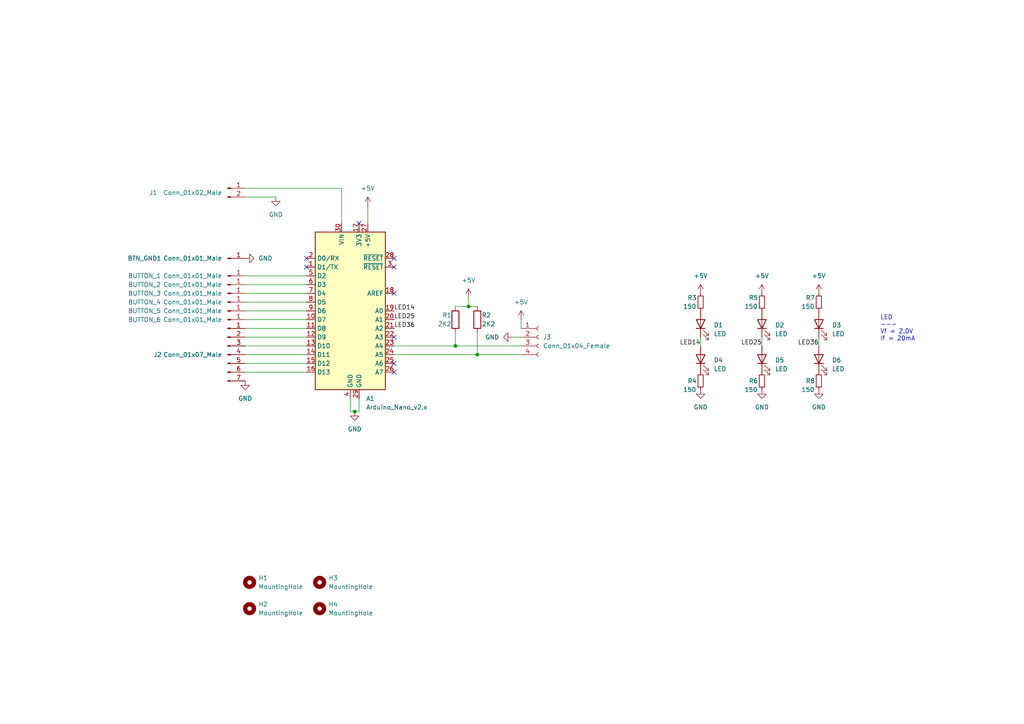
<source format=kicad_sch>
(kicad_sch (version 20211123) (generator eeschema)

  (uuid 8c703d5a-e43a-483b-95a6-46adc61cbbd8)

  (paper "A4")

  (title_block
    (title "PewPew6")
    (date "2022-05-28")
    (rev "0.1")
  )

  (lib_symbols
    (symbol "Connector:Conn_01x01_Male" (pin_names (offset 1.016) hide) (in_bom yes) (on_board yes)
      (property "Reference" "J" (id 0) (at 0 2.54 0)
        (effects (font (size 1.27 1.27)))
      )
      (property "Value" "Conn_01x01_Male" (id 1) (at 0 -2.54 0)
        (effects (font (size 1.27 1.27)))
      )
      (property "Footprint" "" (id 2) (at 0 0 0)
        (effects (font (size 1.27 1.27)) hide)
      )
      (property "Datasheet" "~" (id 3) (at 0 0 0)
        (effects (font (size 1.27 1.27)) hide)
      )
      (property "ki_keywords" "connector" (id 4) (at 0 0 0)
        (effects (font (size 1.27 1.27)) hide)
      )
      (property "ki_description" "Generic connector, single row, 01x01, script generated (kicad-library-utils/schlib/autogen/connector/)" (id 5) (at 0 0 0)
        (effects (font (size 1.27 1.27)) hide)
      )
      (property "ki_fp_filters" "Connector*:*" (id 6) (at 0 0 0)
        (effects (font (size 1.27 1.27)) hide)
      )
      (symbol "Conn_01x01_Male_1_1"
        (polyline
          (pts
            (xy 1.27 0)
            (xy 0.8636 0)
          )
          (stroke (width 0.1524) (type default) (color 0 0 0 0))
          (fill (type none))
        )
        (rectangle (start 0.8636 0.127) (end 0 -0.127)
          (stroke (width 0.1524) (type default) (color 0 0 0 0))
          (fill (type outline))
        )
        (pin passive line (at 5.08 0 180) (length 3.81)
          (name "Pin_1" (effects (font (size 1.27 1.27))))
          (number "1" (effects (font (size 1.27 1.27))))
        )
      )
    )
    (symbol "Connector:Conn_01x02_Male" (pin_names (offset 1.016) hide) (in_bom yes) (on_board yes)
      (property "Reference" "J" (id 0) (at 0 2.54 0)
        (effects (font (size 1.27 1.27)))
      )
      (property "Value" "Conn_01x02_Male" (id 1) (at 0 -5.08 0)
        (effects (font (size 1.27 1.27)))
      )
      (property "Footprint" "" (id 2) (at 0 0 0)
        (effects (font (size 1.27 1.27)) hide)
      )
      (property "Datasheet" "~" (id 3) (at 0 0 0)
        (effects (font (size 1.27 1.27)) hide)
      )
      (property "ki_keywords" "connector" (id 4) (at 0 0 0)
        (effects (font (size 1.27 1.27)) hide)
      )
      (property "ki_description" "Generic connector, single row, 01x02, script generated (kicad-library-utils/schlib/autogen/connector/)" (id 5) (at 0 0 0)
        (effects (font (size 1.27 1.27)) hide)
      )
      (property "ki_fp_filters" "Connector*:*_1x??_*" (id 6) (at 0 0 0)
        (effects (font (size 1.27 1.27)) hide)
      )
      (symbol "Conn_01x02_Male_1_1"
        (polyline
          (pts
            (xy 1.27 -2.54)
            (xy 0.8636 -2.54)
          )
          (stroke (width 0.1524) (type default) (color 0 0 0 0))
          (fill (type none))
        )
        (polyline
          (pts
            (xy 1.27 0)
            (xy 0.8636 0)
          )
          (stroke (width 0.1524) (type default) (color 0 0 0 0))
          (fill (type none))
        )
        (rectangle (start 0.8636 -2.413) (end 0 -2.667)
          (stroke (width 0.1524) (type default) (color 0 0 0 0))
          (fill (type outline))
        )
        (rectangle (start 0.8636 0.127) (end 0 -0.127)
          (stroke (width 0.1524) (type default) (color 0 0 0 0))
          (fill (type outline))
        )
        (pin passive line (at 5.08 0 180) (length 3.81)
          (name "Pin_1" (effects (font (size 1.27 1.27))))
          (number "1" (effects (font (size 1.27 1.27))))
        )
        (pin passive line (at 5.08 -2.54 180) (length 3.81)
          (name "Pin_2" (effects (font (size 1.27 1.27))))
          (number "2" (effects (font (size 1.27 1.27))))
        )
      )
    )
    (symbol "Connector:Conn_01x04_Female" (pin_names (offset 1.016) hide) (in_bom yes) (on_board yes)
      (property "Reference" "J" (id 0) (at 0 5.08 0)
        (effects (font (size 1.27 1.27)))
      )
      (property "Value" "Conn_01x04_Female" (id 1) (at 0 -7.62 0)
        (effects (font (size 1.27 1.27)))
      )
      (property "Footprint" "" (id 2) (at 0 0 0)
        (effects (font (size 1.27 1.27)) hide)
      )
      (property "Datasheet" "~" (id 3) (at 0 0 0)
        (effects (font (size 1.27 1.27)) hide)
      )
      (property "ki_keywords" "connector" (id 4) (at 0 0 0)
        (effects (font (size 1.27 1.27)) hide)
      )
      (property "ki_description" "Generic connector, single row, 01x04, script generated (kicad-library-utils/schlib/autogen/connector/)" (id 5) (at 0 0 0)
        (effects (font (size 1.27 1.27)) hide)
      )
      (property "ki_fp_filters" "Connector*:*_1x??_*" (id 6) (at 0 0 0)
        (effects (font (size 1.27 1.27)) hide)
      )
      (symbol "Conn_01x04_Female_1_1"
        (arc (start 0 -4.572) (mid -0.508 -5.08) (end 0 -5.588)
          (stroke (width 0.1524) (type default) (color 0 0 0 0))
          (fill (type none))
        )
        (arc (start 0 -2.032) (mid -0.508 -2.54) (end 0 -3.048)
          (stroke (width 0.1524) (type default) (color 0 0 0 0))
          (fill (type none))
        )
        (polyline
          (pts
            (xy -1.27 -5.08)
            (xy -0.508 -5.08)
          )
          (stroke (width 0.1524) (type default) (color 0 0 0 0))
          (fill (type none))
        )
        (polyline
          (pts
            (xy -1.27 -2.54)
            (xy -0.508 -2.54)
          )
          (stroke (width 0.1524) (type default) (color 0 0 0 0))
          (fill (type none))
        )
        (polyline
          (pts
            (xy -1.27 0)
            (xy -0.508 0)
          )
          (stroke (width 0.1524) (type default) (color 0 0 0 0))
          (fill (type none))
        )
        (polyline
          (pts
            (xy -1.27 2.54)
            (xy -0.508 2.54)
          )
          (stroke (width 0.1524) (type default) (color 0 0 0 0))
          (fill (type none))
        )
        (arc (start 0 0.508) (mid -0.508 0) (end 0 -0.508)
          (stroke (width 0.1524) (type default) (color 0 0 0 0))
          (fill (type none))
        )
        (arc (start 0 3.048) (mid -0.508 2.54) (end 0 2.032)
          (stroke (width 0.1524) (type default) (color 0 0 0 0))
          (fill (type none))
        )
        (pin passive line (at -5.08 2.54 0) (length 3.81)
          (name "Pin_1" (effects (font (size 1.27 1.27))))
          (number "1" (effects (font (size 1.27 1.27))))
        )
        (pin passive line (at -5.08 0 0) (length 3.81)
          (name "Pin_2" (effects (font (size 1.27 1.27))))
          (number "2" (effects (font (size 1.27 1.27))))
        )
        (pin passive line (at -5.08 -2.54 0) (length 3.81)
          (name "Pin_3" (effects (font (size 1.27 1.27))))
          (number "3" (effects (font (size 1.27 1.27))))
        )
        (pin passive line (at -5.08 -5.08 0) (length 3.81)
          (name "Pin_4" (effects (font (size 1.27 1.27))))
          (number "4" (effects (font (size 1.27 1.27))))
        )
      )
    )
    (symbol "Connector:Conn_01x07_Male" (pin_names (offset 1.016) hide) (in_bom yes) (on_board yes)
      (property "Reference" "J" (id 0) (at 0 10.16 0)
        (effects (font (size 1.27 1.27)))
      )
      (property "Value" "Conn_01x07_Male" (id 1) (at 0 -10.16 0)
        (effects (font (size 1.27 1.27)))
      )
      (property "Footprint" "" (id 2) (at 0 0 0)
        (effects (font (size 1.27 1.27)) hide)
      )
      (property "Datasheet" "~" (id 3) (at 0 0 0)
        (effects (font (size 1.27 1.27)) hide)
      )
      (property "ki_keywords" "connector" (id 4) (at 0 0 0)
        (effects (font (size 1.27 1.27)) hide)
      )
      (property "ki_description" "Generic connector, single row, 01x07, script generated (kicad-library-utils/schlib/autogen/connector/)" (id 5) (at 0 0 0)
        (effects (font (size 1.27 1.27)) hide)
      )
      (property "ki_fp_filters" "Connector*:*_1x??_*" (id 6) (at 0 0 0)
        (effects (font (size 1.27 1.27)) hide)
      )
      (symbol "Conn_01x07_Male_1_1"
        (polyline
          (pts
            (xy 1.27 -7.62)
            (xy 0.8636 -7.62)
          )
          (stroke (width 0.1524) (type default) (color 0 0 0 0))
          (fill (type none))
        )
        (polyline
          (pts
            (xy 1.27 -5.08)
            (xy 0.8636 -5.08)
          )
          (stroke (width 0.1524) (type default) (color 0 0 0 0))
          (fill (type none))
        )
        (polyline
          (pts
            (xy 1.27 -2.54)
            (xy 0.8636 -2.54)
          )
          (stroke (width 0.1524) (type default) (color 0 0 0 0))
          (fill (type none))
        )
        (polyline
          (pts
            (xy 1.27 0)
            (xy 0.8636 0)
          )
          (stroke (width 0.1524) (type default) (color 0 0 0 0))
          (fill (type none))
        )
        (polyline
          (pts
            (xy 1.27 2.54)
            (xy 0.8636 2.54)
          )
          (stroke (width 0.1524) (type default) (color 0 0 0 0))
          (fill (type none))
        )
        (polyline
          (pts
            (xy 1.27 5.08)
            (xy 0.8636 5.08)
          )
          (stroke (width 0.1524) (type default) (color 0 0 0 0))
          (fill (type none))
        )
        (polyline
          (pts
            (xy 1.27 7.62)
            (xy 0.8636 7.62)
          )
          (stroke (width 0.1524) (type default) (color 0 0 0 0))
          (fill (type none))
        )
        (rectangle (start 0.8636 -7.493) (end 0 -7.747)
          (stroke (width 0.1524) (type default) (color 0 0 0 0))
          (fill (type outline))
        )
        (rectangle (start 0.8636 -4.953) (end 0 -5.207)
          (stroke (width 0.1524) (type default) (color 0 0 0 0))
          (fill (type outline))
        )
        (rectangle (start 0.8636 -2.413) (end 0 -2.667)
          (stroke (width 0.1524) (type default) (color 0 0 0 0))
          (fill (type outline))
        )
        (rectangle (start 0.8636 0.127) (end 0 -0.127)
          (stroke (width 0.1524) (type default) (color 0 0 0 0))
          (fill (type outline))
        )
        (rectangle (start 0.8636 2.667) (end 0 2.413)
          (stroke (width 0.1524) (type default) (color 0 0 0 0))
          (fill (type outline))
        )
        (rectangle (start 0.8636 5.207) (end 0 4.953)
          (stroke (width 0.1524) (type default) (color 0 0 0 0))
          (fill (type outline))
        )
        (rectangle (start 0.8636 7.747) (end 0 7.493)
          (stroke (width 0.1524) (type default) (color 0 0 0 0))
          (fill (type outline))
        )
        (pin passive line (at 5.08 7.62 180) (length 3.81)
          (name "Pin_1" (effects (font (size 1.27 1.27))))
          (number "1" (effects (font (size 1.27 1.27))))
        )
        (pin passive line (at 5.08 5.08 180) (length 3.81)
          (name "Pin_2" (effects (font (size 1.27 1.27))))
          (number "2" (effects (font (size 1.27 1.27))))
        )
        (pin passive line (at 5.08 2.54 180) (length 3.81)
          (name "Pin_3" (effects (font (size 1.27 1.27))))
          (number "3" (effects (font (size 1.27 1.27))))
        )
        (pin passive line (at 5.08 0 180) (length 3.81)
          (name "Pin_4" (effects (font (size 1.27 1.27))))
          (number "4" (effects (font (size 1.27 1.27))))
        )
        (pin passive line (at 5.08 -2.54 180) (length 3.81)
          (name "Pin_5" (effects (font (size 1.27 1.27))))
          (number "5" (effects (font (size 1.27 1.27))))
        )
        (pin passive line (at 5.08 -5.08 180) (length 3.81)
          (name "Pin_6" (effects (font (size 1.27 1.27))))
          (number "6" (effects (font (size 1.27 1.27))))
        )
        (pin passive line (at 5.08 -7.62 180) (length 3.81)
          (name "Pin_7" (effects (font (size 1.27 1.27))))
          (number "7" (effects (font (size 1.27 1.27))))
        )
      )
    )
    (symbol "Device:LED" (pin_numbers hide) (pin_names (offset 1.016) hide) (in_bom yes) (on_board yes)
      (property "Reference" "D" (id 0) (at 0 2.54 0)
        (effects (font (size 1.27 1.27)))
      )
      (property "Value" "LED" (id 1) (at 0 -2.54 0)
        (effects (font (size 1.27 1.27)))
      )
      (property "Footprint" "" (id 2) (at 0 0 0)
        (effects (font (size 1.27 1.27)) hide)
      )
      (property "Datasheet" "~" (id 3) (at 0 0 0)
        (effects (font (size 1.27 1.27)) hide)
      )
      (property "ki_keywords" "LED diode" (id 4) (at 0 0 0)
        (effects (font (size 1.27 1.27)) hide)
      )
      (property "ki_description" "Light emitting diode" (id 5) (at 0 0 0)
        (effects (font (size 1.27 1.27)) hide)
      )
      (property "ki_fp_filters" "LED* LED_SMD:* LED_THT:*" (id 6) (at 0 0 0)
        (effects (font (size 1.27 1.27)) hide)
      )
      (symbol "LED_0_1"
        (polyline
          (pts
            (xy -1.27 -1.27)
            (xy -1.27 1.27)
          )
          (stroke (width 0.254) (type default) (color 0 0 0 0))
          (fill (type none))
        )
        (polyline
          (pts
            (xy -1.27 0)
            (xy 1.27 0)
          )
          (stroke (width 0) (type default) (color 0 0 0 0))
          (fill (type none))
        )
        (polyline
          (pts
            (xy 1.27 -1.27)
            (xy 1.27 1.27)
            (xy -1.27 0)
            (xy 1.27 -1.27)
          )
          (stroke (width 0.254) (type default) (color 0 0 0 0))
          (fill (type none))
        )
        (polyline
          (pts
            (xy -3.048 -0.762)
            (xy -4.572 -2.286)
            (xy -3.81 -2.286)
            (xy -4.572 -2.286)
            (xy -4.572 -1.524)
          )
          (stroke (width 0) (type default) (color 0 0 0 0))
          (fill (type none))
        )
        (polyline
          (pts
            (xy -1.778 -0.762)
            (xy -3.302 -2.286)
            (xy -2.54 -2.286)
            (xy -3.302 -2.286)
            (xy -3.302 -1.524)
          )
          (stroke (width 0) (type default) (color 0 0 0 0))
          (fill (type none))
        )
      )
      (symbol "LED_1_1"
        (pin passive line (at -3.81 0 0) (length 2.54)
          (name "K" (effects (font (size 1.27 1.27))))
          (number "1" (effects (font (size 1.27 1.27))))
        )
        (pin passive line (at 3.81 0 180) (length 2.54)
          (name "A" (effects (font (size 1.27 1.27))))
          (number "2" (effects (font (size 1.27 1.27))))
        )
      )
    )
    (symbol "Device:R" (pin_numbers hide) (pin_names (offset 0)) (in_bom yes) (on_board yes)
      (property "Reference" "R" (id 0) (at 2.032 0 90)
        (effects (font (size 1.27 1.27)))
      )
      (property "Value" "R" (id 1) (at 0 0 90)
        (effects (font (size 1.27 1.27)))
      )
      (property "Footprint" "" (id 2) (at -1.778 0 90)
        (effects (font (size 1.27 1.27)) hide)
      )
      (property "Datasheet" "~" (id 3) (at 0 0 0)
        (effects (font (size 1.27 1.27)) hide)
      )
      (property "ki_keywords" "R res resistor" (id 4) (at 0 0 0)
        (effects (font (size 1.27 1.27)) hide)
      )
      (property "ki_description" "Resistor" (id 5) (at 0 0 0)
        (effects (font (size 1.27 1.27)) hide)
      )
      (property "ki_fp_filters" "R_*" (id 6) (at 0 0 0)
        (effects (font (size 1.27 1.27)) hide)
      )
      (symbol "R_0_1"
        (rectangle (start -1.016 -2.54) (end 1.016 2.54)
          (stroke (width 0.254) (type default) (color 0 0 0 0))
          (fill (type none))
        )
      )
      (symbol "R_1_1"
        (pin passive line (at 0 3.81 270) (length 1.27)
          (name "~" (effects (font (size 1.27 1.27))))
          (number "1" (effects (font (size 1.27 1.27))))
        )
        (pin passive line (at 0 -3.81 90) (length 1.27)
          (name "~" (effects (font (size 1.27 1.27))))
          (number "2" (effects (font (size 1.27 1.27))))
        )
      )
    )
    (symbol "Device:R_Small" (pin_numbers hide) (pin_names (offset 0.254) hide) (in_bom yes) (on_board yes)
      (property "Reference" "R" (id 0) (at 0.762 0.508 0)
        (effects (font (size 1.27 1.27)) (justify left))
      )
      (property "Value" "R_Small" (id 1) (at 0.762 -1.016 0)
        (effects (font (size 1.27 1.27)) (justify left))
      )
      (property "Footprint" "" (id 2) (at 0 0 0)
        (effects (font (size 1.27 1.27)) hide)
      )
      (property "Datasheet" "~" (id 3) (at 0 0 0)
        (effects (font (size 1.27 1.27)) hide)
      )
      (property "ki_keywords" "R resistor" (id 4) (at 0 0 0)
        (effects (font (size 1.27 1.27)) hide)
      )
      (property "ki_description" "Resistor, small symbol" (id 5) (at 0 0 0)
        (effects (font (size 1.27 1.27)) hide)
      )
      (property "ki_fp_filters" "R_*" (id 6) (at 0 0 0)
        (effects (font (size 1.27 1.27)) hide)
      )
      (symbol "R_Small_0_1"
        (rectangle (start -0.762 1.778) (end 0.762 -1.778)
          (stroke (width 0.2032) (type default) (color 0 0 0 0))
          (fill (type none))
        )
      )
      (symbol "R_Small_1_1"
        (pin passive line (at 0 2.54 270) (length 0.762)
          (name "~" (effects (font (size 1.27 1.27))))
          (number "1" (effects (font (size 1.27 1.27))))
        )
        (pin passive line (at 0 -2.54 90) (length 0.762)
          (name "~" (effects (font (size 1.27 1.27))))
          (number "2" (effects (font (size 1.27 1.27))))
        )
      )
    )
    (symbol "MCU_Module:Arduino_Nano_v2.x" (in_bom yes) (on_board yes)
      (property "Reference" "A" (id 0) (at -10.16 23.495 0)
        (effects (font (size 1.27 1.27)) (justify left bottom))
      )
      (property "Value" "Arduino_Nano_v2.x" (id 1) (at 5.08 -24.13 0)
        (effects (font (size 1.27 1.27)) (justify left top))
      )
      (property "Footprint" "Module:Arduino_Nano" (id 2) (at 0 0 0)
        (effects (font (size 1.27 1.27) italic) hide)
      )
      (property "Datasheet" "https://www.arduino.cc/en/uploads/Main/ArduinoNanoManual23.pdf" (id 3) (at 0 0 0)
        (effects (font (size 1.27 1.27)) hide)
      )
      (property "ki_keywords" "Arduino nano microcontroller module USB" (id 4) (at 0 0 0)
        (effects (font (size 1.27 1.27)) hide)
      )
      (property "ki_description" "Arduino Nano v2.x" (id 5) (at 0 0 0)
        (effects (font (size 1.27 1.27)) hide)
      )
      (property "ki_fp_filters" "Arduino*Nano*" (id 6) (at 0 0 0)
        (effects (font (size 1.27 1.27)) hide)
      )
      (symbol "Arduino_Nano_v2.x_0_1"
        (rectangle (start -10.16 22.86) (end 10.16 -22.86)
          (stroke (width 0.254) (type default) (color 0 0 0 0))
          (fill (type background))
        )
      )
      (symbol "Arduino_Nano_v2.x_1_1"
        (pin bidirectional line (at -12.7 12.7 0) (length 2.54)
          (name "D1/TX" (effects (font (size 1.27 1.27))))
          (number "1" (effects (font (size 1.27 1.27))))
        )
        (pin bidirectional line (at -12.7 -2.54 0) (length 2.54)
          (name "D7" (effects (font (size 1.27 1.27))))
          (number "10" (effects (font (size 1.27 1.27))))
        )
        (pin bidirectional line (at -12.7 -5.08 0) (length 2.54)
          (name "D8" (effects (font (size 1.27 1.27))))
          (number "11" (effects (font (size 1.27 1.27))))
        )
        (pin bidirectional line (at -12.7 -7.62 0) (length 2.54)
          (name "D9" (effects (font (size 1.27 1.27))))
          (number "12" (effects (font (size 1.27 1.27))))
        )
        (pin bidirectional line (at -12.7 -10.16 0) (length 2.54)
          (name "D10" (effects (font (size 1.27 1.27))))
          (number "13" (effects (font (size 1.27 1.27))))
        )
        (pin bidirectional line (at -12.7 -12.7 0) (length 2.54)
          (name "D11" (effects (font (size 1.27 1.27))))
          (number "14" (effects (font (size 1.27 1.27))))
        )
        (pin bidirectional line (at -12.7 -15.24 0) (length 2.54)
          (name "D12" (effects (font (size 1.27 1.27))))
          (number "15" (effects (font (size 1.27 1.27))))
        )
        (pin bidirectional line (at -12.7 -17.78 0) (length 2.54)
          (name "D13" (effects (font (size 1.27 1.27))))
          (number "16" (effects (font (size 1.27 1.27))))
        )
        (pin power_out line (at 2.54 25.4 270) (length 2.54)
          (name "3V3" (effects (font (size 1.27 1.27))))
          (number "17" (effects (font (size 1.27 1.27))))
        )
        (pin input line (at 12.7 5.08 180) (length 2.54)
          (name "AREF" (effects (font (size 1.27 1.27))))
          (number "18" (effects (font (size 1.27 1.27))))
        )
        (pin bidirectional line (at 12.7 0 180) (length 2.54)
          (name "A0" (effects (font (size 1.27 1.27))))
          (number "19" (effects (font (size 1.27 1.27))))
        )
        (pin bidirectional line (at -12.7 15.24 0) (length 2.54)
          (name "D0/RX" (effects (font (size 1.27 1.27))))
          (number "2" (effects (font (size 1.27 1.27))))
        )
        (pin bidirectional line (at 12.7 -2.54 180) (length 2.54)
          (name "A1" (effects (font (size 1.27 1.27))))
          (number "20" (effects (font (size 1.27 1.27))))
        )
        (pin bidirectional line (at 12.7 -5.08 180) (length 2.54)
          (name "A2" (effects (font (size 1.27 1.27))))
          (number "21" (effects (font (size 1.27 1.27))))
        )
        (pin bidirectional line (at 12.7 -7.62 180) (length 2.54)
          (name "A3" (effects (font (size 1.27 1.27))))
          (number "22" (effects (font (size 1.27 1.27))))
        )
        (pin bidirectional line (at 12.7 -10.16 180) (length 2.54)
          (name "A4" (effects (font (size 1.27 1.27))))
          (number "23" (effects (font (size 1.27 1.27))))
        )
        (pin bidirectional line (at 12.7 -12.7 180) (length 2.54)
          (name "A5" (effects (font (size 1.27 1.27))))
          (number "24" (effects (font (size 1.27 1.27))))
        )
        (pin bidirectional line (at 12.7 -15.24 180) (length 2.54)
          (name "A6" (effects (font (size 1.27 1.27))))
          (number "25" (effects (font (size 1.27 1.27))))
        )
        (pin bidirectional line (at 12.7 -17.78 180) (length 2.54)
          (name "A7" (effects (font (size 1.27 1.27))))
          (number "26" (effects (font (size 1.27 1.27))))
        )
        (pin power_out line (at 5.08 25.4 270) (length 2.54)
          (name "+5V" (effects (font (size 1.27 1.27))))
          (number "27" (effects (font (size 1.27 1.27))))
        )
        (pin input line (at 12.7 15.24 180) (length 2.54)
          (name "~{RESET}" (effects (font (size 1.27 1.27))))
          (number "28" (effects (font (size 1.27 1.27))))
        )
        (pin power_in line (at 2.54 -25.4 90) (length 2.54)
          (name "GND" (effects (font (size 1.27 1.27))))
          (number "29" (effects (font (size 1.27 1.27))))
        )
        (pin input line (at 12.7 12.7 180) (length 2.54)
          (name "~{RESET}" (effects (font (size 1.27 1.27))))
          (number "3" (effects (font (size 1.27 1.27))))
        )
        (pin power_in line (at -2.54 25.4 270) (length 2.54)
          (name "VIN" (effects (font (size 1.27 1.27))))
          (number "30" (effects (font (size 1.27 1.27))))
        )
        (pin power_in line (at 0 -25.4 90) (length 2.54)
          (name "GND" (effects (font (size 1.27 1.27))))
          (number "4" (effects (font (size 1.27 1.27))))
        )
        (pin bidirectional line (at -12.7 10.16 0) (length 2.54)
          (name "D2" (effects (font (size 1.27 1.27))))
          (number "5" (effects (font (size 1.27 1.27))))
        )
        (pin bidirectional line (at -12.7 7.62 0) (length 2.54)
          (name "D3" (effects (font (size 1.27 1.27))))
          (number "6" (effects (font (size 1.27 1.27))))
        )
        (pin bidirectional line (at -12.7 5.08 0) (length 2.54)
          (name "D4" (effects (font (size 1.27 1.27))))
          (number "7" (effects (font (size 1.27 1.27))))
        )
        (pin bidirectional line (at -12.7 2.54 0) (length 2.54)
          (name "D5" (effects (font (size 1.27 1.27))))
          (number "8" (effects (font (size 1.27 1.27))))
        )
        (pin bidirectional line (at -12.7 0 0) (length 2.54)
          (name "D6" (effects (font (size 1.27 1.27))))
          (number "9" (effects (font (size 1.27 1.27))))
        )
      )
    )
    (symbol "Mechanical:MountingHole" (pin_names (offset 1.016)) (in_bom yes) (on_board yes)
      (property "Reference" "H" (id 0) (at 0 5.08 0)
        (effects (font (size 1.27 1.27)))
      )
      (property "Value" "MountingHole" (id 1) (at 0 3.175 0)
        (effects (font (size 1.27 1.27)))
      )
      (property "Footprint" "" (id 2) (at 0 0 0)
        (effects (font (size 1.27 1.27)) hide)
      )
      (property "Datasheet" "~" (id 3) (at 0 0 0)
        (effects (font (size 1.27 1.27)) hide)
      )
      (property "ki_keywords" "mounting hole" (id 4) (at 0 0 0)
        (effects (font (size 1.27 1.27)) hide)
      )
      (property "ki_description" "Mounting Hole without connection" (id 5) (at 0 0 0)
        (effects (font (size 1.27 1.27)) hide)
      )
      (property "ki_fp_filters" "MountingHole*" (id 6) (at 0 0 0)
        (effects (font (size 1.27 1.27)) hide)
      )
      (symbol "MountingHole_0_1"
        (circle (center 0 0) (radius 1.27)
          (stroke (width 1.27) (type default) (color 0 0 0 0))
          (fill (type none))
        )
      )
    )
    (symbol "power:+5V" (power) (pin_names (offset 0)) (in_bom yes) (on_board yes)
      (property "Reference" "#PWR" (id 0) (at 0 -3.81 0)
        (effects (font (size 1.27 1.27)) hide)
      )
      (property "Value" "+5V" (id 1) (at 0 3.556 0)
        (effects (font (size 1.27 1.27)))
      )
      (property "Footprint" "" (id 2) (at 0 0 0)
        (effects (font (size 1.27 1.27)) hide)
      )
      (property "Datasheet" "" (id 3) (at 0 0 0)
        (effects (font (size 1.27 1.27)) hide)
      )
      (property "ki_keywords" "power-flag" (id 4) (at 0 0 0)
        (effects (font (size 1.27 1.27)) hide)
      )
      (property "ki_description" "Power symbol creates a global label with name \"+5V\"" (id 5) (at 0 0 0)
        (effects (font (size 1.27 1.27)) hide)
      )
      (symbol "+5V_0_1"
        (polyline
          (pts
            (xy -0.762 1.27)
            (xy 0 2.54)
          )
          (stroke (width 0) (type default) (color 0 0 0 0))
          (fill (type none))
        )
        (polyline
          (pts
            (xy 0 0)
            (xy 0 2.54)
          )
          (stroke (width 0) (type default) (color 0 0 0 0))
          (fill (type none))
        )
        (polyline
          (pts
            (xy 0 2.54)
            (xy 0.762 1.27)
          )
          (stroke (width 0) (type default) (color 0 0 0 0))
          (fill (type none))
        )
      )
      (symbol "+5V_1_1"
        (pin power_in line (at 0 0 90) (length 0) hide
          (name "+5V" (effects (font (size 1.27 1.27))))
          (number "1" (effects (font (size 1.27 1.27))))
        )
      )
    )
    (symbol "power:GND" (power) (pin_names (offset 0)) (in_bom yes) (on_board yes)
      (property "Reference" "#PWR" (id 0) (at 0 -6.35 0)
        (effects (font (size 1.27 1.27)) hide)
      )
      (property "Value" "GND" (id 1) (at 0 -3.81 0)
        (effects (font (size 1.27 1.27)))
      )
      (property "Footprint" "" (id 2) (at 0 0 0)
        (effects (font (size 1.27 1.27)) hide)
      )
      (property "Datasheet" "" (id 3) (at 0 0 0)
        (effects (font (size 1.27 1.27)) hide)
      )
      (property "ki_keywords" "power-flag" (id 4) (at 0 0 0)
        (effects (font (size 1.27 1.27)) hide)
      )
      (property "ki_description" "Power symbol creates a global label with name \"GND\" , ground" (id 5) (at 0 0 0)
        (effects (font (size 1.27 1.27)) hide)
      )
      (symbol "GND_0_1"
        (polyline
          (pts
            (xy 0 0)
            (xy 0 -1.27)
            (xy 1.27 -1.27)
            (xy 0 -2.54)
            (xy -1.27 -1.27)
            (xy 0 -1.27)
          )
          (stroke (width 0) (type default) (color 0 0 0 0))
          (fill (type none))
        )
      )
      (symbol "GND_1_1"
        (pin power_in line (at 0 0 270) (length 0) hide
          (name "GND" (effects (font (size 1.27 1.27))))
          (number "1" (effects (font (size 1.27 1.27))))
        )
      )
    )
  )

  (junction (at 102.87 119.38) (diameter 0) (color 0 0 0 0)
    (uuid 7fe0b335-1254-4571-ac74-a59509d17001)
  )
  (junction (at 135.89 88.9) (diameter 0) (color 0 0 0 0)
    (uuid 962cfb3a-eb9e-40a8-927e-fb3884882c6b)
  )
  (junction (at 138.43 102.87) (diameter 0) (color 0 0 0 0)
    (uuid de217db1-fd87-4710-8bab-869445d58bdd)
  )
  (junction (at 132.08 100.33) (diameter 0) (color 0 0 0 0)
    (uuid edf1314d-213f-48da-b4ac-2b807238640a)
  )

  (no_connect (at 114.3 97.79) (uuid 761f6f49-2c0e-40c7-8560-bad62750306e))
  (no_connect (at 114.3 105.41) (uuid 896a2ab3-b8a0-4b70-a2d2-ff38a4b3ca76))
  (no_connect (at 114.3 107.95) (uuid 896a2ab3-b8a0-4b70-a2d2-ff38a4b3ca77))
  (no_connect (at 114.3 74.93) (uuid 8e8d7566-8091-4a9e-845f-607be814e708))
  (no_connect (at 114.3 77.47) (uuid 8e8d7566-8091-4a9e-845f-607be814e709))
  (no_connect (at 114.3 85.09) (uuid 8e8d7566-8091-4a9e-845f-607be814e70a))
  (no_connect (at 88.9 74.93) (uuid d92e5c07-bf58-4092-ba54-741236b7c7e3))
  (no_connect (at 88.9 77.47) (uuid d92e5c07-bf58-4092-ba54-741236b7c7e4))
  (no_connect (at 104.14 64.77) (uuid d92e5c07-bf58-4092-ba54-741236b7c7e5))

  (wire (pts (xy 71.12 100.33) (xy 88.9 100.33))
    (stroke (width 0) (type default) (color 0 0 0 0))
    (uuid 04fac2e7-f2bf-40da-87f6-abc8c4ec4a6f)
  )
  (wire (pts (xy 138.43 102.87) (xy 151.13 102.87))
    (stroke (width 0) (type default) (color 0 0 0 0))
    (uuid 153c8ed5-4080-44a6-9a14-3b1e69f4ac28)
  )
  (wire (pts (xy 114.3 100.33) (xy 132.08 100.33))
    (stroke (width 0) (type default) (color 0 0 0 0))
    (uuid 168e82ae-9dc7-4098-903c-e33c5243bbed)
  )
  (wire (pts (xy 132.08 96.52) (xy 132.08 100.33))
    (stroke (width 0) (type default) (color 0 0 0 0))
    (uuid 217d44db-e32a-4048-9b3c-b2bc7ecf3ed0)
  )
  (wire (pts (xy 106.68 59.69) (xy 106.68 64.77))
    (stroke (width 0) (type default) (color 0 0 0 0))
    (uuid 37206724-ae9c-402b-9da2-92b650c04bfc)
  )
  (wire (pts (xy 99.06 64.77) (xy 99.06 54.61))
    (stroke (width 0) (type default) (color 0 0 0 0))
    (uuid 386ac752-2855-4de3-ace5-8624d7a05af6)
  )
  (wire (pts (xy 135.89 88.9) (xy 138.43 88.9))
    (stroke (width 0) (type default) (color 0 0 0 0))
    (uuid 392c3177-ec62-4e53-af2f-032a65be2781)
  )
  (wire (pts (xy 71.12 92.71) (xy 88.9 92.71))
    (stroke (width 0) (type default) (color 0 0 0 0))
    (uuid 3c15a192-e147-47d2-b030-ad2b22eeb754)
  )
  (wire (pts (xy 101.6 115.57) (xy 101.6 119.38))
    (stroke (width 0) (type default) (color 0 0 0 0))
    (uuid 43bf8535-dda4-4671-beea-85c02abd231d)
  )
  (wire (pts (xy 104.14 119.38) (xy 102.87 119.38))
    (stroke (width 0) (type default) (color 0 0 0 0))
    (uuid 49b98ac0-502c-46f2-ba7b-a2aeb916c841)
  )
  (wire (pts (xy 203.2 97.79) (xy 203.2 100.33))
    (stroke (width 0) (type default) (color 0 0 0 0))
    (uuid 59ae2a79-ab6c-41f5-9a1e-09fe6968b08b)
  )
  (wire (pts (xy 71.12 54.61) (xy 99.06 54.61))
    (stroke (width 0) (type default) (color 0 0 0 0))
    (uuid 6235373c-bdbc-442f-9dc3-2d64424ac678)
  )
  (wire (pts (xy 104.14 115.57) (xy 104.14 119.38))
    (stroke (width 0) (type default) (color 0 0 0 0))
    (uuid 6f0de82f-50ca-428c-9415-55ecd6b35498)
  )
  (wire (pts (xy 71.12 57.15) (xy 80.01 57.15))
    (stroke (width 0) (type default) (color 0 0 0 0))
    (uuid 79fc00bd-f615-41c6-8827-2629fc556060)
  )
  (wire (pts (xy 132.08 88.9) (xy 135.89 88.9))
    (stroke (width 0) (type default) (color 0 0 0 0))
    (uuid 7cf1dc19-6d70-40a4-a493-cdccfa9fd597)
  )
  (wire (pts (xy 71.12 97.79) (xy 88.9 97.79))
    (stroke (width 0) (type default) (color 0 0 0 0))
    (uuid 8027250e-bcd1-444d-9f55-4ff2d309ce8f)
  )
  (wire (pts (xy 132.08 100.33) (xy 151.13 100.33))
    (stroke (width 0) (type default) (color 0 0 0 0))
    (uuid 84c6cf39-8788-4948-b1ab-6c1d0f511155)
  )
  (wire (pts (xy 101.6 119.38) (xy 102.87 119.38))
    (stroke (width 0) (type default) (color 0 0 0 0))
    (uuid 8b38c6a6-462a-42a0-b0b6-c649be50d0f4)
  )
  (wire (pts (xy 71.12 105.41) (xy 88.9 105.41))
    (stroke (width 0) (type default) (color 0 0 0 0))
    (uuid 8ddb0461-6fa1-4b35-af35-f72518d1daa3)
  )
  (wire (pts (xy 71.12 80.01) (xy 88.9 80.01))
    (stroke (width 0) (type default) (color 0 0 0 0))
    (uuid 9c00271b-2c93-4746-872c-5d6f7acd7813)
  )
  (wire (pts (xy 71.12 95.25) (xy 88.9 95.25))
    (stroke (width 0) (type default) (color 0 0 0 0))
    (uuid a41d2fa2-0c98-476d-99f1-a8e6aad296fc)
  )
  (wire (pts (xy 135.89 88.9) (xy 135.89 86.36))
    (stroke (width 0) (type default) (color 0 0 0 0))
    (uuid a7f2fd76-f6da-453c-af88-af5ce1a918fe)
  )
  (wire (pts (xy 151.13 92.71) (xy 151.13 95.25))
    (stroke (width 0) (type default) (color 0 0 0 0))
    (uuid bfda81bc-edb9-4d51-ba5d-794ce1428f74)
  )
  (wire (pts (xy 71.12 102.87) (xy 88.9 102.87))
    (stroke (width 0) (type default) (color 0 0 0 0))
    (uuid d2705759-29fd-4f69-88a4-f5e7cca307bf)
  )
  (wire (pts (xy 114.3 102.87) (xy 138.43 102.87))
    (stroke (width 0) (type default) (color 0 0 0 0))
    (uuid d4c67477-9e32-42ad-a33a-a85ab87e6549)
  )
  (wire (pts (xy 148.59 97.79) (xy 151.13 97.79))
    (stroke (width 0) (type default) (color 0 0 0 0))
    (uuid dfb156e6-7f98-43f1-b431-336e0bd939f6)
  )
  (wire (pts (xy 71.12 90.17) (xy 88.9 90.17))
    (stroke (width 0) (type default) (color 0 0 0 0))
    (uuid eae4d3fc-1cc6-4552-be58-33904405fd23)
  )
  (wire (pts (xy 71.12 85.09) (xy 88.9 85.09))
    (stroke (width 0) (type default) (color 0 0 0 0))
    (uuid ec2ddcf8-8a18-4768-9e2c-6495559caf53)
  )
  (wire (pts (xy 237.49 97.79) (xy 237.49 100.33))
    (stroke (width 0) (type default) (color 0 0 0 0))
    (uuid ee844785-4f72-4025-bbc5-abfbde6bd8c8)
  )
  (wire (pts (xy 220.98 97.79) (xy 220.98 100.33))
    (stroke (width 0) (type default) (color 0 0 0 0))
    (uuid eee5a848-7d5a-4970-befc-75ca35bd2c03)
  )
  (wire (pts (xy 138.43 96.52) (xy 138.43 102.87))
    (stroke (width 0) (type default) (color 0 0 0 0))
    (uuid f05e49e4-2820-4447-95e9-ebd075d0929b)
  )
  (wire (pts (xy 71.12 107.95) (xy 88.9 107.95))
    (stroke (width 0) (type default) (color 0 0 0 0))
    (uuid f1e7e7a3-5102-4713-948e-8e5a1976ebf9)
  )
  (wire (pts (xy 71.12 87.63) (xy 88.9 87.63))
    (stroke (width 0) (type default) (color 0 0 0 0))
    (uuid f41bcc29-3574-4698-b1d8-484de609003a)
  )
  (wire (pts (xy 71.12 82.55) (xy 88.9 82.55))
    (stroke (width 0) (type default) (color 0 0 0 0))
    (uuid f41dc869-8786-40ff-89d2-de9db0dfb346)
  )

  (text "LED\n---\nVf = 2.0V\nIf = 20mA" (at 255.27 99.06 0)
    (effects (font (size 1.27 1.27)) (justify left bottom))
    (uuid 487027f1-77ac-4297-a319-3832a0dafec2)
  )

  (label "LED36" (at 114.3 95.25 0)
    (effects (font (size 1.27 1.27)) (justify left bottom))
    (uuid 0a1196f9-0a15-447a-8d39-8334b502417f)
  )
  (label "LED36" (at 237.49 100.33 180)
    (effects (font (size 1.27 1.27)) (justify right bottom))
    (uuid 409b2817-fa2e-498b-aa9e-aa637fb6cb64)
  )
  (label "LED14" (at 203.2 100.33 180)
    (effects (font (size 1.27 1.27)) (justify right bottom))
    (uuid 5b872be9-335d-48a6-81f2-78d4e10202ea)
  )
  (label "LED14" (at 114.3 90.17 0)
    (effects (font (size 1.27 1.27)) (justify left bottom))
    (uuid 888a82a6-646a-4a48-b1a6-ff54053a26bd)
  )
  (label "LED25" (at 220.98 100.33 180)
    (effects (font (size 1.27 1.27)) (justify right bottom))
    (uuid bca45cc2-79ad-4998-986a-c9d68f011fa3)
  )
  (label "LED25" (at 114.3 92.71 0)
    (effects (font (size 1.27 1.27)) (justify left bottom))
    (uuid edac5bc9-a917-4a21-ac71-c4b1edefb24e)
  )

  (symbol (lib_id "Device:LED") (at 220.98 93.98 90) (unit 1)
    (in_bom yes) (on_board yes) (fields_autoplaced)
    (uuid 12cec9f8-f9f3-4a33-aa07-c73c5162f537)
    (property "Reference" "D2" (id 0) (at 224.79 94.2974 90)
      (effects (font (size 1.27 1.27)) (justify right))
    )
    (property "Value" "LED" (id 1) (at 224.79 96.8374 90)
      (effects (font (size 1.27 1.27)) (justify right))
    )
    (property "Footprint" "LED_SMD:LED_0805_2012Metric_Pad1.15x1.40mm_HandSolder" (id 2) (at 220.98 93.98 0)
      (effects (font (size 1.27 1.27)) hide)
    )
    (property "Datasheet" "~" (id 3) (at 220.98 93.98 0)
      (effects (font (size 1.27 1.27)) hide)
    )
    (pin "1" (uuid f9b5ca72-f203-43fa-bb6c-e2556b232e50))
    (pin "2" (uuid 6e3f74e5-c8a3-4378-8563-573a11c32c89))
  )

  (symbol (lib_id "Connector:Conn_01x01_Male") (at 66.04 80.01 0) (unit 1)
    (in_bom yes) (on_board yes)
    (uuid 19ed6d9d-4a14-495e-beb8-5345234f9ced)
    (property "Reference" "BUTTON_1" (id 0) (at 41.91 80.01 0))
    (property "Value" "Conn_01x01_Male" (id 1) (at 55.88 80.01 0))
    (property "Footprint" "Library:RA_Pin_D1.3mm_5.0mm" (id 2) (at 66.04 80.01 0)
      (effects (font (size 1.27 1.27)) hide)
    )
    (property "Datasheet" "~" (id 3) (at 66.04 80.01 0)
      (effects (font (size 1.27 1.27)) hide)
    )
    (pin "1" (uuid 3221d208-c28d-445c-91d2-083ff874f816))
  )

  (symbol (lib_id "power:GND") (at 102.87 119.38 0) (unit 1)
    (in_bom yes) (on_board yes) (fields_autoplaced)
    (uuid 1d7134d3-7f2b-4f5e-ab92-0c819277403a)
    (property "Reference" "#PWR0103" (id 0) (at 102.87 125.73 0)
      (effects (font (size 1.27 1.27)) hide)
    )
    (property "Value" "GND" (id 1) (at 102.87 124.46 0))
    (property "Footprint" "" (id 2) (at 102.87 119.38 0)
      (effects (font (size 1.27 1.27)) hide)
    )
    (property "Datasheet" "" (id 3) (at 102.87 119.38 0)
      (effects (font (size 1.27 1.27)) hide)
    )
    (pin "1" (uuid 28d8e6a6-5b77-4a4e-bc05-0d1b50bccaa5))
  )

  (symbol (lib_id "Device:LED") (at 237.49 93.98 90) (unit 1)
    (in_bom yes) (on_board yes) (fields_autoplaced)
    (uuid 2171aec7-fca7-4cc3-be61-1bdf2dbaf7b2)
    (property "Reference" "D3" (id 0) (at 241.3 94.2974 90)
      (effects (font (size 1.27 1.27)) (justify right))
    )
    (property "Value" "LED" (id 1) (at 241.3 96.8374 90)
      (effects (font (size 1.27 1.27)) (justify right))
    )
    (property "Footprint" "LED_SMD:LED_0805_2012Metric_Pad1.15x1.40mm_HandSolder" (id 2) (at 237.49 93.98 0)
      (effects (font (size 1.27 1.27)) hide)
    )
    (property "Datasheet" "~" (id 3) (at 237.49 93.98 0)
      (effects (font (size 1.27 1.27)) hide)
    )
    (pin "1" (uuid aeea7967-f2bb-47f6-b2d4-b5e35e028064))
    (pin "2" (uuid 82a86906-072d-4d23-80e4-6654ecee9235))
  )

  (symbol (lib_id "Device:R_Small") (at 203.2 110.49 0) (unit 1)
    (in_bom yes) (on_board yes)
    (uuid 231017e0-6bc6-46d7-9b55-1af7680937f3)
    (property "Reference" "R4" (id 0) (at 199.39 110.49 0)
      (effects (font (size 1.27 1.27)) (justify left))
    )
    (property "Value" "150" (id 1) (at 198.12 113.03 0)
      (effects (font (size 1.27 1.27)) (justify left))
    )
    (property "Footprint" "Resistor_SMD:R_0805_2012Metric_Pad1.20x1.40mm_HandSolder" (id 2) (at 203.2 110.49 0)
      (effects (font (size 1.27 1.27)) hide)
    )
    (property "Datasheet" "~" (id 3) (at 203.2 110.49 0)
      (effects (font (size 1.27 1.27)) hide)
    )
    (pin "1" (uuid 4878a045-293e-49a8-a0d2-606782153e4f))
    (pin "2" (uuid 7dd1dfcf-6477-482e-8542-b6c38f99f86c))
  )

  (symbol (lib_id "power:+5V") (at 151.13 92.71 0) (unit 1)
    (in_bom yes) (on_board yes) (fields_autoplaced)
    (uuid 28cc36b5-8dd7-41c0-909f-bb850ffa8695)
    (property "Reference" "#PWR0102" (id 0) (at 151.13 96.52 0)
      (effects (font (size 1.27 1.27)) hide)
    )
    (property "Value" "+5V" (id 1) (at 151.13 87.63 0))
    (property "Footprint" "" (id 2) (at 151.13 92.71 0)
      (effects (font (size 1.27 1.27)) hide)
    )
    (property "Datasheet" "" (id 3) (at 151.13 92.71 0)
      (effects (font (size 1.27 1.27)) hide)
    )
    (pin "1" (uuid 3addccc8-67ab-4dde-9798-537a9f1b41f3))
  )

  (symbol (lib_id "power:GND") (at 148.59 97.79 270) (unit 1)
    (in_bom yes) (on_board yes) (fields_autoplaced)
    (uuid 2a4aab39-a798-4277-a739-c106008cfe69)
    (property "Reference" "#PWR0101" (id 0) (at 142.24 97.79 0)
      (effects (font (size 1.27 1.27)) hide)
    )
    (property "Value" "GND" (id 1) (at 144.78 97.7899 90)
      (effects (font (size 1.27 1.27)) (justify right))
    )
    (property "Footprint" "" (id 2) (at 148.59 97.79 0)
      (effects (font (size 1.27 1.27)) hide)
    )
    (property "Datasheet" "" (id 3) (at 148.59 97.79 0)
      (effects (font (size 1.27 1.27)) hide)
    )
    (pin "1" (uuid d6b51ddb-e1fc-4bbe-b022-d1c5df96245b))
  )

  (symbol (lib_id "Connector:Conn_01x07_Male") (at 66.04 102.87 0) (unit 1)
    (in_bom yes) (on_board yes)
    (uuid 2eb8b1f5-5c1e-4d74-860e-ec1e22880aec)
    (property "Reference" "J2" (id 0) (at 45.72 102.87 0))
    (property "Value" "Conn_01x07_Male" (id 1) (at 55.88 102.87 0))
    (property "Footprint" "Connector_JST:JST_EH_S7B-EH_1x07_P2.50mm_Horizontal" (id 2) (at 66.04 102.87 0)
      (effects (font (size 1.27 1.27)) hide)
    )
    (property "Datasheet" "~" (id 3) (at 66.04 102.87 0)
      (effects (font (size 1.27 1.27)) hide)
    )
    (pin "1" (uuid e8e65cb8-9b4f-4662-b22d-94f51d052c67))
    (pin "2" (uuid 84444c15-915d-4a52-972b-ef00cce703d1))
    (pin "3" (uuid c76fe885-492d-4b79-be61-7c9b3ab07643))
    (pin "4" (uuid 08168cc9-4ccf-42b6-a52a-6c3eb48c5b53))
    (pin "5" (uuid e721561a-bb02-4415-ad20-2601213792fb))
    (pin "6" (uuid a3dedd94-434f-40ee-b856-98368a96a1bd))
    (pin "7" (uuid 8910395c-cad8-452b-8342-2d20cead772f))
  )

  (symbol (lib_id "Device:LED") (at 203.2 104.14 90) (unit 1)
    (in_bom yes) (on_board yes) (fields_autoplaced)
    (uuid 341706dc-e5d2-4870-9483-d18a0c33e495)
    (property "Reference" "D4" (id 0) (at 207.01 104.4574 90)
      (effects (font (size 1.27 1.27)) (justify right))
    )
    (property "Value" "LED" (id 1) (at 207.01 106.9974 90)
      (effects (font (size 1.27 1.27)) (justify right))
    )
    (property "Footprint" "LED_SMD:LED_0805_2012Metric_Pad1.15x1.40mm_HandSolder" (id 2) (at 203.2 104.14 0)
      (effects (font (size 1.27 1.27)) hide)
    )
    (property "Datasheet" "~" (id 3) (at 203.2 104.14 0)
      (effects (font (size 1.27 1.27)) hide)
    )
    (pin "1" (uuid 3dd8e968-7477-48ec-9877-955f5e61ffe9))
    (pin "2" (uuid aac96dcb-c755-4ab8-8393-bb615e71c9c4))
  )

  (symbol (lib_id "Device:LED") (at 203.2 93.98 90) (unit 1)
    (in_bom yes) (on_board yes) (fields_autoplaced)
    (uuid 37856c8d-3d22-4330-a58a-5c9cb000e160)
    (property "Reference" "D1" (id 0) (at 207.01 94.2974 90)
      (effects (font (size 1.27 1.27)) (justify right))
    )
    (property "Value" "LED" (id 1) (at 207.01 96.8374 90)
      (effects (font (size 1.27 1.27)) (justify right))
    )
    (property "Footprint" "LED_SMD:LED_0805_2012Metric_Pad1.15x1.40mm_HandSolder" (id 2) (at 203.2 93.98 0)
      (effects (font (size 1.27 1.27)) hide)
    )
    (property "Datasheet" "~" (id 3) (at 203.2 93.98 0)
      (effects (font (size 1.27 1.27)) hide)
    )
    (pin "1" (uuid a3f3baec-a487-4900-a424-528307de1c27))
    (pin "2" (uuid 27f39e65-0564-44df-b9bf-bfbf9933f462))
  )

  (symbol (lib_id "Device:R_Small") (at 220.98 110.49 0) (unit 1)
    (in_bom yes) (on_board yes)
    (uuid 4686ac4b-e275-44ae-9c1f-91fd1f402cf6)
    (property "Reference" "R6" (id 0) (at 217.17 110.49 0)
      (effects (font (size 1.27 1.27)) (justify left))
    )
    (property "Value" "150" (id 1) (at 215.9 113.03 0)
      (effects (font (size 1.27 1.27)) (justify left))
    )
    (property "Footprint" "Resistor_SMD:R_0805_2012Metric_Pad1.20x1.40mm_HandSolder" (id 2) (at 220.98 110.49 0)
      (effects (font (size 1.27 1.27)) hide)
    )
    (property "Datasheet" "~" (id 3) (at 220.98 110.49 0)
      (effects (font (size 1.27 1.27)) hide)
    )
    (pin "1" (uuid 7319ad03-29f8-42bc-93f3-0f029b34cfc2))
    (pin "2" (uuid 4c328f23-7f04-4011-b08d-80d221626ca9))
  )

  (symbol (lib_id "Device:R") (at 138.43 92.71 0) (unit 1)
    (in_bom yes) (on_board yes)
    (uuid 46d3a2a9-7861-4270-a483-64608b00f5c7)
    (property "Reference" "R2" (id 0) (at 139.7 91.44 0)
      (effects (font (size 1.27 1.27)) (justify left))
    )
    (property "Value" "2K2" (id 1) (at 139.7 93.98 0)
      (effects (font (size 1.27 1.27)) (justify left))
    )
    (property "Footprint" "Resistor_SMD:R_0805_2012Metric_Pad1.20x1.40mm_HandSolder" (id 2) (at 136.652 92.71 90)
      (effects (font (size 1.27 1.27)) hide)
    )
    (property "Datasheet" "~" (id 3) (at 138.43 92.71 0)
      (effects (font (size 1.27 1.27)) hide)
    )
    (pin "1" (uuid 645ff0e9-0c0f-4099-ad39-962e053dfcc3))
    (pin "2" (uuid c1dd0a53-1e2e-4ccf-bba9-e8fb031493e7))
  )

  (symbol (lib_id "Connector:Conn_01x01_Male") (at 66.04 90.17 0) (unit 1)
    (in_bom yes) (on_board yes)
    (uuid 49cb889d-2fd7-490b-ab86-d5d329183923)
    (property "Reference" "BUTTON_5" (id 0) (at 41.91 90.17 0))
    (property "Value" "Conn_01x01_Male" (id 1) (at 55.88 90.17 0))
    (property "Footprint" "Library:RA_Pin_D1.3mm_5.0mm" (id 2) (at 66.04 90.17 0)
      (effects (font (size 1.27 1.27)) hide)
    )
    (property "Datasheet" "~" (id 3) (at 66.04 90.17 0)
      (effects (font (size 1.27 1.27)) hide)
    )
    (pin "1" (uuid 9fad5b2e-fded-4574-8232-f7e4b97babd1))
  )

  (symbol (lib_id "Connector:Conn_01x01_Male") (at 66.04 74.93 0) (unit 1)
    (in_bom yes) (on_board yes)
    (uuid 56a14be2-4bfe-48e7-8d46-68c9aad28302)
    (property "Reference" "BTN_GND1" (id 0) (at 41.91 74.93 0))
    (property "Value" "Conn_01x01_Male" (id 1) (at 55.88 74.93 0))
    (property "Footprint" "Library:RA_Pin_D1.3mm_5.0mm" (id 2) (at 66.04 74.93 0)
      (effects (font (size 1.27 1.27)) hide)
    )
    (property "Datasheet" "~" (id 3) (at 66.04 74.93 0)
      (effects (font (size 1.27 1.27)) hide)
    )
    (pin "1" (uuid 879ed4b0-8faa-43a6-bc33-19d77a89395a))
  )

  (symbol (lib_id "power:GND") (at 71.12 74.93 90) (unit 1)
    (in_bom yes) (on_board yes) (fields_autoplaced)
    (uuid 7a50ec37-e466-47e3-baf4-71b9269c3aa2)
    (property "Reference" "#PWR0108" (id 0) (at 77.47 74.93 0)
      (effects (font (size 1.27 1.27)) hide)
    )
    (property "Value" "GND" (id 1) (at 74.93 74.9299 90)
      (effects (font (size 1.27 1.27)) (justify right))
    )
    (property "Footprint" "" (id 2) (at 71.12 74.93 0)
      (effects (font (size 1.27 1.27)) hide)
    )
    (property "Datasheet" "" (id 3) (at 71.12 74.93 0)
      (effects (font (size 1.27 1.27)) hide)
    )
    (pin "1" (uuid 60b37daf-8757-4e88-bbdb-9851c090b6a3))
  )

  (symbol (lib_id "Connector:Conn_01x01_Male") (at 66.04 85.09 0) (unit 1)
    (in_bom yes) (on_board yes)
    (uuid 7b1b3614-165d-4b8a-a991-8c7593dcdecd)
    (property "Reference" "BUTTON_3" (id 0) (at 41.91 85.09 0))
    (property "Value" "Conn_01x01_Male" (id 1) (at 55.88 85.09 0))
    (property "Footprint" "Library:RA_Pin_D1.3mm_5.0mm" (id 2) (at 66.04 85.09 0)
      (effects (font (size 1.27 1.27)) hide)
    )
    (property "Datasheet" "~" (id 3) (at 66.04 85.09 0)
      (effects (font (size 1.27 1.27)) hide)
    )
    (pin "1" (uuid 7d90b474-db9a-4d1e-be40-9ca25dbd6cc1))
  )

  (symbol (lib_id "Device:R") (at 132.08 92.71 0) (unit 1)
    (in_bom yes) (on_board yes)
    (uuid 7e6b672f-1e52-4fc6-95e4-fd3b4fcf5dc0)
    (property "Reference" "R1" (id 0) (at 128.27 91.44 0)
      (effects (font (size 1.27 1.27)) (justify left))
    )
    (property "Value" "2K2" (id 1) (at 127 93.98 0)
      (effects (font (size 1.27 1.27)) (justify left))
    )
    (property "Footprint" "Resistor_SMD:R_0805_2012Metric_Pad1.20x1.40mm_HandSolder" (id 2) (at 130.302 92.71 90)
      (effects (font (size 1.27 1.27)) hide)
    )
    (property "Datasheet" "~" (id 3) (at 132.08 92.71 0)
      (effects (font (size 1.27 1.27)) hide)
    )
    (pin "1" (uuid ef878b37-a43f-4708-bc94-c513a2fa6da4))
    (pin "2" (uuid 5c565bc9-eada-498c-874f-b30a78e5f02f))
  )

  (symbol (lib_id "Connector:Conn_01x01_Male") (at 66.04 92.71 0) (unit 1)
    (in_bom yes) (on_board yes)
    (uuid 88b8af61-39a3-4f25-b6d4-0745355af12a)
    (property "Reference" "BUTTON_6" (id 0) (at 41.91 92.71 0))
    (property "Value" "Conn_01x01_Male" (id 1) (at 55.88 92.71 0))
    (property "Footprint" "Library:RA_Pin_D1.3mm_5.0mm" (id 2) (at 66.04 92.71 0)
      (effects (font (size 1.27 1.27)) hide)
    )
    (property "Datasheet" "~" (id 3) (at 66.04 92.71 0)
      (effects (font (size 1.27 1.27)) hide)
    )
    (pin "1" (uuid cdb499a7-28c5-4c52-8515-64d820d054c9))
  )

  (symbol (lib_id "power:+5V") (at 220.98 85.09 0) (unit 1)
    (in_bom yes) (on_board yes) (fields_autoplaced)
    (uuid 89ccc6df-9ae1-4cae-967a-0da802d5e2b2)
    (property "Reference" "#PWR0112" (id 0) (at 220.98 88.9 0)
      (effects (font (size 1.27 1.27)) hide)
    )
    (property "Value" "+5V" (id 1) (at 220.98 80.01 0))
    (property "Footprint" "" (id 2) (at 220.98 85.09 0)
      (effects (font (size 1.27 1.27)) hide)
    )
    (property "Datasheet" "" (id 3) (at 220.98 85.09 0)
      (effects (font (size 1.27 1.27)) hide)
    )
    (pin "1" (uuid 2bc023ec-2cca-406d-a7db-15ef3cdf75f6))
  )

  (symbol (lib_id "Device:R_Small") (at 203.2 87.63 0) (unit 1)
    (in_bom yes) (on_board yes)
    (uuid 8b02f06d-26a9-432f-84c2-583ed1c50d16)
    (property "Reference" "R3" (id 0) (at 199.39 86.36 0)
      (effects (font (size 1.27 1.27)) (justify left))
    )
    (property "Value" "150" (id 1) (at 198.12 88.9 0)
      (effects (font (size 1.27 1.27)) (justify left))
    )
    (property "Footprint" "Resistor_SMD:R_0805_2012Metric_Pad1.20x1.40mm_HandSolder" (id 2) (at 203.2 87.63 0)
      (effects (font (size 1.27 1.27)) hide)
    )
    (property "Datasheet" "~" (id 3) (at 203.2 87.63 0)
      (effects (font (size 1.27 1.27)) hide)
    )
    (pin "1" (uuid 18bb78ff-ead0-400d-8656-517f85c5e1c9))
    (pin "2" (uuid c1683ada-9578-42c6-902f-3f62625dd01e))
  )

  (symbol (lib_id "Connector:Conn_01x04_Female") (at 156.21 97.79 0) (unit 1)
    (in_bom yes) (on_board yes) (fields_autoplaced)
    (uuid 8b6d2327-c834-4209-bf2b-1a42c971cffc)
    (property "Reference" "J3" (id 0) (at 157.48 97.7899 0)
      (effects (font (size 1.27 1.27)) (justify left))
    )
    (property "Value" "Conn_01x04_Female" (id 1) (at 157.48 100.3299 0)
      (effects (font (size 1.27 1.27)) (justify left))
    )
    (property "Footprint" "Connector_JST:JST_EH_S4B-EH_1x04_P2.50mm_Horizontal" (id 2) (at 156.21 97.79 0)
      (effects (font (size 1.27 1.27)) hide)
    )
    (property "Datasheet" "~" (id 3) (at 156.21 97.79 0)
      (effects (font (size 1.27 1.27)) hide)
    )
    (pin "1" (uuid 3e21561a-ddb0-4ec8-87e6-33f82e3a0565))
    (pin "2" (uuid ab912f3d-1bdd-4cb5-ab74-1671595f53e6))
    (pin "3" (uuid 85196e63-bf64-45cf-8313-3e5206172a04))
    (pin "4" (uuid 24a90498-39e2-4486-b108-096bf24515f8))
  )

  (symbol (lib_id "Mechanical:MountingHole") (at 92.71 176.53 0) (unit 1)
    (in_bom yes) (on_board yes) (fields_autoplaced)
    (uuid 8c1b001c-1a00-4d0a-8346-e126b3f69840)
    (property "Reference" "H4" (id 0) (at 95.25 175.2599 0)
      (effects (font (size 1.27 1.27)) (justify left))
    )
    (property "Value" "MountingHole" (id 1) (at 95.25 177.7999 0)
      (effects (font (size 1.27 1.27)) (justify left))
    )
    (property "Footprint" "MountingHole:MountingHole_3.2mm_M3" (id 2) (at 92.71 176.53 0)
      (effects (font (size 1.27 1.27)) hide)
    )
    (property "Datasheet" "~" (id 3) (at 92.71 176.53 0)
      (effects (font (size 1.27 1.27)) hide)
    )
  )

  (symbol (lib_id "Device:R_Small") (at 237.49 110.49 0) (unit 1)
    (in_bom yes) (on_board yes)
    (uuid 9021bd2a-9df8-4a05-bc6e-9cd968777d1d)
    (property "Reference" "R8" (id 0) (at 233.68 110.49 0)
      (effects (font (size 1.27 1.27)) (justify left))
    )
    (property "Value" "150" (id 1) (at 232.41 113.03 0)
      (effects (font (size 1.27 1.27)) (justify left))
    )
    (property "Footprint" "Resistor_SMD:R_0805_2012Metric_Pad1.20x1.40mm_HandSolder" (id 2) (at 237.49 110.49 0)
      (effects (font (size 1.27 1.27)) hide)
    )
    (property "Datasheet" "~" (id 3) (at 237.49 110.49 0)
      (effects (font (size 1.27 1.27)) hide)
    )
    (pin "1" (uuid 771d4f37-1558-4e97-9e11-fe888ad02da7))
    (pin "2" (uuid 7b5564c1-ede7-41aa-bdd7-54b20e6713f3))
  )

  (symbol (lib_id "Mechanical:MountingHole") (at 72.39 168.91 0) (unit 1)
    (in_bom yes) (on_board yes) (fields_autoplaced)
    (uuid 91ad54c0-081d-4ed8-bd67-9dc2247f4dc0)
    (property "Reference" "H1" (id 0) (at 74.93 167.6399 0)
      (effects (font (size 1.27 1.27)) (justify left))
    )
    (property "Value" "MountingHole" (id 1) (at 74.93 170.1799 0)
      (effects (font (size 1.27 1.27)) (justify left))
    )
    (property "Footprint" "MountingHole:MountingHole_3.2mm_M3" (id 2) (at 72.39 168.91 0)
      (effects (font (size 1.27 1.27)) hide)
    )
    (property "Datasheet" "~" (id 3) (at 72.39 168.91 0)
      (effects (font (size 1.27 1.27)) hide)
    )
  )

  (symbol (lib_id "Connector:Conn_01x01_Male") (at 66.04 87.63 0) (unit 1)
    (in_bom yes) (on_board yes)
    (uuid 94d8248a-098e-4f61-984c-0d9e5b622670)
    (property "Reference" "BUTTON_4" (id 0) (at 41.91 87.63 0))
    (property "Value" "Conn_01x01_Male" (id 1) (at 55.88 87.63 0))
    (property "Footprint" "Library:RA_Pin_D1.3mm_5.0mm" (id 2) (at 66.04 87.63 0)
      (effects (font (size 1.27 1.27)) hide)
    )
    (property "Datasheet" "~" (id 3) (at 66.04 87.63 0)
      (effects (font (size 1.27 1.27)) hide)
    )
    (pin "1" (uuid 36004ed2-8f29-4e6f-bac3-11961179cedf))
  )

  (symbol (lib_id "power:+5V") (at 237.49 85.09 0) (unit 1)
    (in_bom yes) (on_board yes) (fields_autoplaced)
    (uuid 9a49e96a-4def-4cad-af4b-6cb9129c356e)
    (property "Reference" "#PWR0113" (id 0) (at 237.49 88.9 0)
      (effects (font (size 1.27 1.27)) hide)
    )
    (property "Value" "+5V" (id 1) (at 237.49 80.01 0))
    (property "Footprint" "" (id 2) (at 237.49 85.09 0)
      (effects (font (size 1.27 1.27)) hide)
    )
    (property "Datasheet" "" (id 3) (at 237.49 85.09 0)
      (effects (font (size 1.27 1.27)) hide)
    )
    (pin "1" (uuid 3d768155-1972-4214-b00b-85b7b6a87099))
  )

  (symbol (lib_id "MCU_Module:Arduino_Nano_v2.x") (at 101.6 90.17 0) (unit 1)
    (in_bom yes) (on_board yes) (fields_autoplaced)
    (uuid 9f82b7bb-1d94-4e6c-9608-c7bfea626b1b)
    (property "Reference" "A1" (id 0) (at 106.1594 115.57 0)
      (effects (font (size 1.27 1.27)) (justify left))
    )
    (property "Value" "Arduino_Nano_v2.x" (id 1) (at 106.1594 118.11 0)
      (effects (font (size 1.27 1.27)) (justify left))
    )
    (property "Footprint" "Library:Arduino_Nano_3D" (id 2) (at 101.6 90.17 0)
      (effects (font (size 1.27 1.27) italic) hide)
    )
    (property "Datasheet" "https://www.arduino.cc/en/uploads/Main/ArduinoNanoManual23.pdf" (id 3) (at 101.6 90.17 0)
      (effects (font (size 1.27 1.27)) hide)
    )
    (pin "1" (uuid bd374be3-8033-4419-aa46-d5da9043fc64))
    (pin "10" (uuid d2102300-7798-4dae-94fa-3cb15712082c))
    (pin "11" (uuid a15cc862-e8e4-4100-a2b0-c71de6a69ead))
    (pin "12" (uuid 4dddddea-5955-4869-b4da-0b608af36721))
    (pin "13" (uuid ecc6bd3c-b8bc-4a95-b054-cd4e6bd31a3c))
    (pin "14" (uuid cd63b20c-74ae-4d38-a877-3fa07a02afde))
    (pin "15" (uuid ccef0efc-ad55-45d3-acc1-3eaaf5a5e8a1))
    (pin "16" (uuid 541822e3-4d3e-4ae1-9012-7de9a6ca4dd1))
    (pin "17" (uuid 275dec15-fddd-448f-82bf-38264f766dc4))
    (pin "18" (uuid 0bf3e55c-b245-4968-aa49-2be2e7f227b6))
    (pin "19" (uuid 971ab03b-4266-4db6-aa3c-353f2e4565a0))
    (pin "2" (uuid ec9f47b0-8030-4133-8e21-8f2b0f1f75a7))
    (pin "20" (uuid b645227f-b9c5-494e-889d-a357d72ad9f6))
    (pin "21" (uuid 24bf055a-912d-4373-86b3-247a7f1038d4))
    (pin "22" (uuid 672938c0-b2e6-4e0f-aeca-51e22a46f311))
    (pin "23" (uuid c8b1f8ab-94bf-4294-9675-d5247bb5b7ca))
    (pin "24" (uuid 5b223987-51b8-4e60-8986-18061efed6aa))
    (pin "25" (uuid 02a79945-9b5b-4f36-bfd1-4b7c0a379654))
    (pin "26" (uuid 0bf2e6d8-0fc6-44e8-823c-ffd9a33baacd))
    (pin "27" (uuid 3ff04b5a-1add-43ce-9a40-05a29325d201))
    (pin "28" (uuid 1dbf9dbb-4af9-4704-a9c3-c76bb6b2333d))
    (pin "29" (uuid 90ca7cdf-72ff-4d24-9320-04b0ed11632c))
    (pin "3" (uuid 669165ff-f53a-45d3-bcf1-c375e9ff650d))
    (pin "30" (uuid c349fbb1-78cd-4c21-a01f-e0e684d9ff62))
    (pin "4" (uuid 3e32f612-4b7e-433e-98ff-dbad72f5da46))
    (pin "5" (uuid f454c07d-34c6-40b1-bcee-d3884bf8852f))
    (pin "6" (uuid cc8768a0-7180-4ef5-9119-b20ab0aeaaea))
    (pin "7" (uuid ac1d14fe-84c6-4714-91d2-7c2aafdd333c))
    (pin "8" (uuid e9f61ac3-75f4-4dc4-af57-4b315d8f079b))
    (pin "9" (uuid c361ff6e-1063-4de6-8a26-d4a125f75b13))
  )

  (symbol (lib_id "power:+5V") (at 203.2 85.09 0) (unit 1)
    (in_bom yes) (on_board yes) (fields_autoplaced)
    (uuid a634c2f9-89a2-421a-874a-2f1f713c3c34)
    (property "Reference" "#PWR0109" (id 0) (at 203.2 88.9 0)
      (effects (font (size 1.27 1.27)) hide)
    )
    (property "Value" "+5V" (id 1) (at 203.2 80.01 0))
    (property "Footprint" "" (id 2) (at 203.2 85.09 0)
      (effects (font (size 1.27 1.27)) hide)
    )
    (property "Datasheet" "" (id 3) (at 203.2 85.09 0)
      (effects (font (size 1.27 1.27)) hide)
    )
    (pin "1" (uuid 3aa2c644-13b3-40e4-9b5b-8fea82c2bd1f))
  )

  (symbol (lib_id "power:+5V") (at 135.89 86.36 0) (unit 1)
    (in_bom yes) (on_board yes) (fields_autoplaced)
    (uuid a73ed2bb-26f0-4d60-a369-b4ec92483b65)
    (property "Reference" "#PWR0105" (id 0) (at 135.89 90.17 0)
      (effects (font (size 1.27 1.27)) hide)
    )
    (property "Value" "+5V" (id 1) (at 135.89 81.28 0))
    (property "Footprint" "" (id 2) (at 135.89 86.36 0)
      (effects (font (size 1.27 1.27)) hide)
    )
    (property "Datasheet" "" (id 3) (at 135.89 86.36 0)
      (effects (font (size 1.27 1.27)) hide)
    )
    (pin "1" (uuid 176a6554-d099-4cec-9838-414cf104a655))
  )

  (symbol (lib_id "Mechanical:MountingHole") (at 92.71 168.91 0) (unit 1)
    (in_bom yes) (on_board yes) (fields_autoplaced)
    (uuid b5dbaaf2-7c37-45d7-aeff-04c7fc1dc561)
    (property "Reference" "H3" (id 0) (at 95.25 167.6399 0)
      (effects (font (size 1.27 1.27)) (justify left))
    )
    (property "Value" "MountingHole" (id 1) (at 95.25 170.1799 0)
      (effects (font (size 1.27 1.27)) (justify left))
    )
    (property "Footprint" "MountingHole:MountingHole_3.2mm_M3" (id 2) (at 92.71 168.91 0)
      (effects (font (size 1.27 1.27)) hide)
    )
    (property "Datasheet" "~" (id 3) (at 92.71 168.91 0)
      (effects (font (size 1.27 1.27)) hide)
    )
  )

  (symbol (lib_id "Connector:Conn_01x02_Male") (at 66.04 54.61 0) (unit 1)
    (in_bom yes) (on_board yes)
    (uuid bad68e91-f439-4076-9c67-3c8227d1e26c)
    (property "Reference" "J1" (id 0) (at 44.45 55.88 0))
    (property "Value" "Conn_01x02_Male" (id 1) (at 55.88 55.88 0))
    (property "Footprint" "Connector_JST:JST_EH_S2B-EH_1x02_P2.50mm_Horizontal" (id 2) (at 66.04 54.61 0)
      (effects (font (size 1.27 1.27)) hide)
    )
    (property "Datasheet" "~" (id 3) (at 66.04 54.61 0)
      (effects (font (size 1.27 1.27)) hide)
    )
    (pin "1" (uuid 04b79109-ebdd-424c-b38f-8897779f73fb))
    (pin "2" (uuid 2dc46533-62e9-4adb-9d7d-e6f26548e4a1))
  )

  (symbol (lib_id "power:GND") (at 203.2 113.03 0) (unit 1)
    (in_bom yes) (on_board yes) (fields_autoplaced)
    (uuid bb8632c6-6627-4c1b-8cec-f15b0453f944)
    (property "Reference" "#PWR0110" (id 0) (at 203.2 119.38 0)
      (effects (font (size 1.27 1.27)) hide)
    )
    (property "Value" "GND" (id 1) (at 203.2 118.11 0))
    (property "Footprint" "" (id 2) (at 203.2 113.03 0)
      (effects (font (size 1.27 1.27)) hide)
    )
    (property "Datasheet" "" (id 3) (at 203.2 113.03 0)
      (effects (font (size 1.27 1.27)) hide)
    )
    (pin "1" (uuid 41013169-8851-40b7-8347-56bcc62f55e3))
  )

  (symbol (lib_id "power:GND") (at 237.49 113.03 0) (unit 1)
    (in_bom yes) (on_board yes) (fields_autoplaced)
    (uuid c41c40b0-8173-4cb0-aa84-9c073f8f4ae1)
    (property "Reference" "#PWR0114" (id 0) (at 237.49 119.38 0)
      (effects (font (size 1.27 1.27)) hide)
    )
    (property "Value" "GND" (id 1) (at 237.49 118.11 0))
    (property "Footprint" "" (id 2) (at 237.49 113.03 0)
      (effects (font (size 1.27 1.27)) hide)
    )
    (property "Datasheet" "" (id 3) (at 237.49 113.03 0)
      (effects (font (size 1.27 1.27)) hide)
    )
    (pin "1" (uuid 8b9c359f-3599-4cc7-91c8-a77ec4e846a7))
  )

  (symbol (lib_id "Mechanical:MountingHole") (at 72.39 176.53 0) (unit 1)
    (in_bom yes) (on_board yes) (fields_autoplaced)
    (uuid c4699572-17e1-48da-a2be-95a0d32aef86)
    (property "Reference" "H2" (id 0) (at 74.93 175.2599 0)
      (effects (font (size 1.27 1.27)) (justify left))
    )
    (property "Value" "MountingHole" (id 1) (at 74.93 177.7999 0)
      (effects (font (size 1.27 1.27)) (justify left))
    )
    (property "Footprint" "MountingHole:MountingHole_3.2mm_M3" (id 2) (at 72.39 176.53 0)
      (effects (font (size 1.27 1.27)) hide)
    )
    (property "Datasheet" "~" (id 3) (at 72.39 176.53 0)
      (effects (font (size 1.27 1.27)) hide)
    )
  )

  (symbol (lib_id "Device:R_Small") (at 220.98 87.63 0) (unit 1)
    (in_bom yes) (on_board yes)
    (uuid c9778673-74ec-4ab8-a124-df6f708f097c)
    (property "Reference" "R5" (id 0) (at 217.17 86.36 0)
      (effects (font (size 1.27 1.27)) (justify left))
    )
    (property "Value" "150" (id 1) (at 215.9 88.9 0)
      (effects (font (size 1.27 1.27)) (justify left))
    )
    (property "Footprint" "Resistor_SMD:R_0805_2012Metric_Pad1.20x1.40mm_HandSolder" (id 2) (at 220.98 87.63 0)
      (effects (font (size 1.27 1.27)) hide)
    )
    (property "Datasheet" "~" (id 3) (at 220.98 87.63 0)
      (effects (font (size 1.27 1.27)) hide)
    )
    (pin "1" (uuid 626bffbb-5069-4e8f-9c1f-76772eb11d71))
    (pin "2" (uuid c0ed31b9-8e1b-4791-a8d4-cb520cb23518))
  )

  (symbol (lib_id "power:GND") (at 80.01 57.15 0) (unit 1)
    (in_bom yes) (on_board yes) (fields_autoplaced)
    (uuid cfe9a190-5b86-40cb-a921-cff6729844c0)
    (property "Reference" "#PWR0107" (id 0) (at 80.01 63.5 0)
      (effects (font (size 1.27 1.27)) hide)
    )
    (property "Value" "GND" (id 1) (at 80.01 62.23 0))
    (property "Footprint" "" (id 2) (at 80.01 57.15 0)
      (effects (font (size 1.27 1.27)) hide)
    )
    (property "Datasheet" "" (id 3) (at 80.01 57.15 0)
      (effects (font (size 1.27 1.27)) hide)
    )
    (pin "1" (uuid b473364e-a800-4a1a-8799-f4bdb9da4ae4))
  )

  (symbol (lib_id "Device:R_Small") (at 237.49 87.63 0) (unit 1)
    (in_bom yes) (on_board yes)
    (uuid d0ace32b-759b-485e-9630-536082d148cb)
    (property "Reference" "R7" (id 0) (at 233.68 86.36 0)
      (effects (font (size 1.27 1.27)) (justify left))
    )
    (property "Value" "150" (id 1) (at 232.41 88.9 0)
      (effects (font (size 1.27 1.27)) (justify left))
    )
    (property "Footprint" "Resistor_SMD:R_0805_2012Metric_Pad1.20x1.40mm_HandSolder" (id 2) (at 237.49 87.63 0)
      (effects (font (size 1.27 1.27)) hide)
    )
    (property "Datasheet" "~" (id 3) (at 237.49 87.63 0)
      (effects (font (size 1.27 1.27)) hide)
    )
    (pin "1" (uuid bff0559e-dc8f-485f-ab20-ed745abf165a))
    (pin "2" (uuid 7d506e43-79d2-4aa0-9d1e-d495384bebae))
  )

  (symbol (lib_id "power:GND") (at 220.98 113.03 0) (unit 1)
    (in_bom yes) (on_board yes) (fields_autoplaced)
    (uuid d7d4cb57-94d9-4219-9451-ec3c53c19b43)
    (property "Reference" "#PWR0111" (id 0) (at 220.98 119.38 0)
      (effects (font (size 1.27 1.27)) hide)
    )
    (property "Value" "GND" (id 1) (at 220.98 118.11 0))
    (property "Footprint" "" (id 2) (at 220.98 113.03 0)
      (effects (font (size 1.27 1.27)) hide)
    )
    (property "Datasheet" "" (id 3) (at 220.98 113.03 0)
      (effects (font (size 1.27 1.27)) hide)
    )
    (pin "1" (uuid 90bd2725-83ff-47e5-821f-0e685a88a0f1))
  )

  (symbol (lib_id "Device:LED") (at 237.49 104.14 90) (unit 1)
    (in_bom yes) (on_board yes) (fields_autoplaced)
    (uuid da3edabe-5574-42ae-9ae3-2c0d68de2554)
    (property "Reference" "D6" (id 0) (at 241.3 104.4574 90)
      (effects (font (size 1.27 1.27)) (justify right))
    )
    (property "Value" "LED" (id 1) (at 241.3 106.9974 90)
      (effects (font (size 1.27 1.27)) (justify right))
    )
    (property "Footprint" "LED_SMD:LED_0805_2012Metric_Pad1.15x1.40mm_HandSolder" (id 2) (at 237.49 104.14 0)
      (effects (font (size 1.27 1.27)) hide)
    )
    (property "Datasheet" "~" (id 3) (at 237.49 104.14 0)
      (effects (font (size 1.27 1.27)) hide)
    )
    (pin "1" (uuid 3f63c0ba-0aa0-4f02-b3c5-41480446fa7c))
    (pin "2" (uuid ac911834-af93-4c1c-b84c-d8f02a053f8e))
  )

  (symbol (lib_id "power:+5V") (at 106.68 59.69 0) (unit 1)
    (in_bom yes) (on_board yes) (fields_autoplaced)
    (uuid e5ede15c-7e50-4701-bbc6-13d3d7610f40)
    (property "Reference" "#PWR0106" (id 0) (at 106.68 63.5 0)
      (effects (font (size 1.27 1.27)) hide)
    )
    (property "Value" "+5V" (id 1) (at 106.68 54.61 0))
    (property "Footprint" "" (id 2) (at 106.68 59.69 0)
      (effects (font (size 1.27 1.27)) hide)
    )
    (property "Datasheet" "" (id 3) (at 106.68 59.69 0)
      (effects (font (size 1.27 1.27)) hide)
    )
    (pin "1" (uuid 9ae6fb0b-6b5a-42f1-ac79-31dbdbf9daa1))
  )

  (symbol (lib_id "Device:LED") (at 220.98 104.14 90) (unit 1)
    (in_bom yes) (on_board yes) (fields_autoplaced)
    (uuid ec59d96f-e287-47b0-8f0f-dd26921c3491)
    (property "Reference" "D5" (id 0) (at 224.79 104.4574 90)
      (effects (font (size 1.27 1.27)) (justify right))
    )
    (property "Value" "LED" (id 1) (at 224.79 106.9974 90)
      (effects (font (size 1.27 1.27)) (justify right))
    )
    (property "Footprint" "LED_SMD:LED_0805_2012Metric_Pad1.15x1.40mm_HandSolder" (id 2) (at 220.98 104.14 0)
      (effects (font (size 1.27 1.27)) hide)
    )
    (property "Datasheet" "~" (id 3) (at 220.98 104.14 0)
      (effects (font (size 1.27 1.27)) hide)
    )
    (pin "1" (uuid 746e6678-744e-4226-940e-eb827add106b))
    (pin "2" (uuid 80c26b6e-4a40-4e87-92e0-35ba880ab714))
  )

  (symbol (lib_id "power:GND") (at 71.12 110.49 0) (unit 1)
    (in_bom yes) (on_board yes) (fields_autoplaced)
    (uuid f197238c-7501-49ab-9aff-4d3ad0b5a3fd)
    (property "Reference" "#PWR0104" (id 0) (at 71.12 116.84 0)
      (effects (font (size 1.27 1.27)) hide)
    )
    (property "Value" "GND" (id 1) (at 71.12 115.57 0))
    (property "Footprint" "" (id 2) (at 71.12 110.49 0)
      (effects (font (size 1.27 1.27)) hide)
    )
    (property "Datasheet" "" (id 3) (at 71.12 110.49 0)
      (effects (font (size 1.27 1.27)) hide)
    )
    (pin "1" (uuid e873d0be-f799-4c47-91cb-d112626f3474))
  )

  (symbol (lib_id "Connector:Conn_01x01_Male") (at 66.04 82.55 0) (unit 1)
    (in_bom yes) (on_board yes)
    (uuid fe14072b-1b4a-47f0-ad01-0bdedcebcffb)
    (property "Reference" "BUTTON_2" (id 0) (at 41.91 82.55 0))
    (property "Value" "Conn_01x01_Male" (id 1) (at 55.88 82.55 0))
    (property "Footprint" "Library:RA_Pin_D1.3mm_5.0mm" (id 2) (at 66.04 82.55 0)
      (effects (font (size 1.27 1.27)) hide)
    )
    (property "Datasheet" "~" (id 3) (at 66.04 82.55 0)
      (effects (font (size 1.27 1.27)) hide)
    )
    (pin "1" (uuid 31d51bb3-fad2-4e00-9711-602f19ce7587))
  )

  (sheet_instances
    (path "/" (page "1"))
  )

  (symbol_instances
    (path "/2a4aab39-a798-4277-a739-c106008cfe69"
      (reference "#PWR0101") (unit 1) (value "GND") (footprint "")
    )
    (path "/28cc36b5-8dd7-41c0-909f-bb850ffa8695"
      (reference "#PWR0102") (unit 1) (value "+5V") (footprint "")
    )
    (path "/1d7134d3-7f2b-4f5e-ab92-0c819277403a"
      (reference "#PWR0103") (unit 1) (value "GND") (footprint "")
    )
    (path "/f197238c-7501-49ab-9aff-4d3ad0b5a3fd"
      (reference "#PWR0104") (unit 1) (value "GND") (footprint "")
    )
    (path "/a73ed2bb-26f0-4d60-a369-b4ec92483b65"
      (reference "#PWR0105") (unit 1) (value "+5V") (footprint "")
    )
    (path "/e5ede15c-7e50-4701-bbc6-13d3d7610f40"
      (reference "#PWR0106") (unit 1) (value "+5V") (footprint "")
    )
    (path "/cfe9a190-5b86-40cb-a921-cff6729844c0"
      (reference "#PWR0107") (unit 1) (value "GND") (footprint "")
    )
    (path "/7a50ec37-e466-47e3-baf4-71b9269c3aa2"
      (reference "#PWR0108") (unit 1) (value "GND") (footprint "")
    )
    (path "/a634c2f9-89a2-421a-874a-2f1f713c3c34"
      (reference "#PWR0109") (unit 1) (value "+5V") (footprint "")
    )
    (path "/bb8632c6-6627-4c1b-8cec-f15b0453f944"
      (reference "#PWR0110") (unit 1) (value "GND") (footprint "")
    )
    (path "/d7d4cb57-94d9-4219-9451-ec3c53c19b43"
      (reference "#PWR0111") (unit 1) (value "GND") (footprint "")
    )
    (path "/89ccc6df-9ae1-4cae-967a-0da802d5e2b2"
      (reference "#PWR0112") (unit 1) (value "+5V") (footprint "")
    )
    (path "/9a49e96a-4def-4cad-af4b-6cb9129c356e"
      (reference "#PWR0113") (unit 1) (value "+5V") (footprint "")
    )
    (path "/c41c40b0-8173-4cb0-aa84-9c073f8f4ae1"
      (reference "#PWR0114") (unit 1) (value "GND") (footprint "")
    )
    (path "/9f82b7bb-1d94-4e6c-9608-c7bfea626b1b"
      (reference "A1") (unit 1) (value "Arduino_Nano_v2.x") (footprint "Library:Arduino_Nano_3D")
    )
    (path "/56a14be2-4bfe-48e7-8d46-68c9aad28302"
      (reference "BTN_GND1") (unit 1) (value "Conn_01x01_Male") (footprint "Library:RA_Pin_D1.3mm_5.0mm")
    )
    (path "/19ed6d9d-4a14-495e-beb8-5345234f9ced"
      (reference "BUTTON_1") (unit 1) (value "Conn_01x01_Male") (footprint "Library:RA_Pin_D1.3mm_5.0mm")
    )
    (path "/fe14072b-1b4a-47f0-ad01-0bdedcebcffb"
      (reference "BUTTON_2") (unit 1) (value "Conn_01x01_Male") (footprint "Library:RA_Pin_D1.3mm_5.0mm")
    )
    (path "/7b1b3614-165d-4b8a-a991-8c7593dcdecd"
      (reference "BUTTON_3") (unit 1) (value "Conn_01x01_Male") (footprint "Library:RA_Pin_D1.3mm_5.0mm")
    )
    (path "/94d8248a-098e-4f61-984c-0d9e5b622670"
      (reference "BUTTON_4") (unit 1) (value "Conn_01x01_Male") (footprint "Library:RA_Pin_D1.3mm_5.0mm")
    )
    (path "/49cb889d-2fd7-490b-ab86-d5d329183923"
      (reference "BUTTON_5") (unit 1) (value "Conn_01x01_Male") (footprint "Library:RA_Pin_D1.3mm_5.0mm")
    )
    (path "/88b8af61-39a3-4f25-b6d4-0745355af12a"
      (reference "BUTTON_6") (unit 1) (value "Conn_01x01_Male") (footprint "Library:RA_Pin_D1.3mm_5.0mm")
    )
    (path "/37856c8d-3d22-4330-a58a-5c9cb000e160"
      (reference "D1") (unit 1) (value "LED") (footprint "LED_SMD:LED_0805_2012Metric_Pad1.15x1.40mm_HandSolder")
    )
    (path "/12cec9f8-f9f3-4a33-aa07-c73c5162f537"
      (reference "D2") (unit 1) (value "LED") (footprint "LED_SMD:LED_0805_2012Metric_Pad1.15x1.40mm_HandSolder")
    )
    (path "/2171aec7-fca7-4cc3-be61-1bdf2dbaf7b2"
      (reference "D3") (unit 1) (value "LED") (footprint "LED_SMD:LED_0805_2012Metric_Pad1.15x1.40mm_HandSolder")
    )
    (path "/341706dc-e5d2-4870-9483-d18a0c33e495"
      (reference "D4") (unit 1) (value "LED") (footprint "LED_SMD:LED_0805_2012Metric_Pad1.15x1.40mm_HandSolder")
    )
    (path "/ec59d96f-e287-47b0-8f0f-dd26921c3491"
      (reference "D5") (unit 1) (value "LED") (footprint "LED_SMD:LED_0805_2012Metric_Pad1.15x1.40mm_HandSolder")
    )
    (path "/da3edabe-5574-42ae-9ae3-2c0d68de2554"
      (reference "D6") (unit 1) (value "LED") (footprint "LED_SMD:LED_0805_2012Metric_Pad1.15x1.40mm_HandSolder")
    )
    (path "/91ad54c0-081d-4ed8-bd67-9dc2247f4dc0"
      (reference "H1") (unit 1) (value "MountingHole") (footprint "MountingHole:MountingHole_3.2mm_M3")
    )
    (path "/c4699572-17e1-48da-a2be-95a0d32aef86"
      (reference "H2") (unit 1) (value "MountingHole") (footprint "MountingHole:MountingHole_3.2mm_M3")
    )
    (path "/b5dbaaf2-7c37-45d7-aeff-04c7fc1dc561"
      (reference "H3") (unit 1) (value "MountingHole") (footprint "MountingHole:MountingHole_3.2mm_M3")
    )
    (path "/8c1b001c-1a00-4d0a-8346-e126b3f69840"
      (reference "H4") (unit 1) (value "MountingHole") (footprint "MountingHole:MountingHole_3.2mm_M3")
    )
    (path "/bad68e91-f439-4076-9c67-3c8227d1e26c"
      (reference "J1") (unit 1) (value "Conn_01x02_Male") (footprint "Connector_JST:JST_EH_S2B-EH_1x02_P2.50mm_Horizontal")
    )
    (path "/2eb8b1f5-5c1e-4d74-860e-ec1e22880aec"
      (reference "J2") (unit 1) (value "Conn_01x07_Male") (footprint "Connector_JST:JST_EH_S7B-EH_1x07_P2.50mm_Horizontal")
    )
    (path "/8b6d2327-c834-4209-bf2b-1a42c971cffc"
      (reference "J3") (unit 1) (value "Conn_01x04_Female") (footprint "Connector_JST:JST_EH_S4B-EH_1x04_P2.50mm_Horizontal")
    )
    (path "/7e6b672f-1e52-4fc6-95e4-fd3b4fcf5dc0"
      (reference "R1") (unit 1) (value "2K2") (footprint "Resistor_SMD:R_0805_2012Metric_Pad1.20x1.40mm_HandSolder")
    )
    (path "/46d3a2a9-7861-4270-a483-64608b00f5c7"
      (reference "R2") (unit 1) (value "2K2") (footprint "Resistor_SMD:R_0805_2012Metric_Pad1.20x1.40mm_HandSolder")
    )
    (path "/8b02f06d-26a9-432f-84c2-583ed1c50d16"
      (reference "R3") (unit 1) (value "150") (footprint "Resistor_SMD:R_0805_2012Metric_Pad1.20x1.40mm_HandSolder")
    )
    (path "/231017e0-6bc6-46d7-9b55-1af7680937f3"
      (reference "R4") (unit 1) (value "150") (footprint "Resistor_SMD:R_0805_2012Metric_Pad1.20x1.40mm_HandSolder")
    )
    (path "/c9778673-74ec-4ab8-a124-df6f708f097c"
      (reference "R5") (unit 1) (value "150") (footprint "Resistor_SMD:R_0805_2012Metric_Pad1.20x1.40mm_HandSolder")
    )
    (path "/4686ac4b-e275-44ae-9c1f-91fd1f402cf6"
      (reference "R6") (unit 1) (value "150") (footprint "Resistor_SMD:R_0805_2012Metric_Pad1.20x1.40mm_HandSolder")
    )
    (path "/d0ace32b-759b-485e-9630-536082d148cb"
      (reference "R7") (unit 1) (value "150") (footprint "Resistor_SMD:R_0805_2012Metric_Pad1.20x1.40mm_HandSolder")
    )
    (path "/9021bd2a-9df8-4a05-bc6e-9cd968777d1d"
      (reference "R8") (unit 1) (value "150") (footprint "Resistor_SMD:R_0805_2012Metric_Pad1.20x1.40mm_HandSolder")
    )
  )
)

</source>
